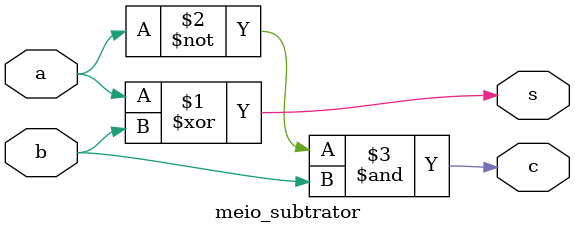
<source format=sv>
module meio_subtrator(a, b, s, c);
    input a, b;
    output s, c;
    assign s = a ^ b;
    assign c = ~a & b;
endmodule

</source>
